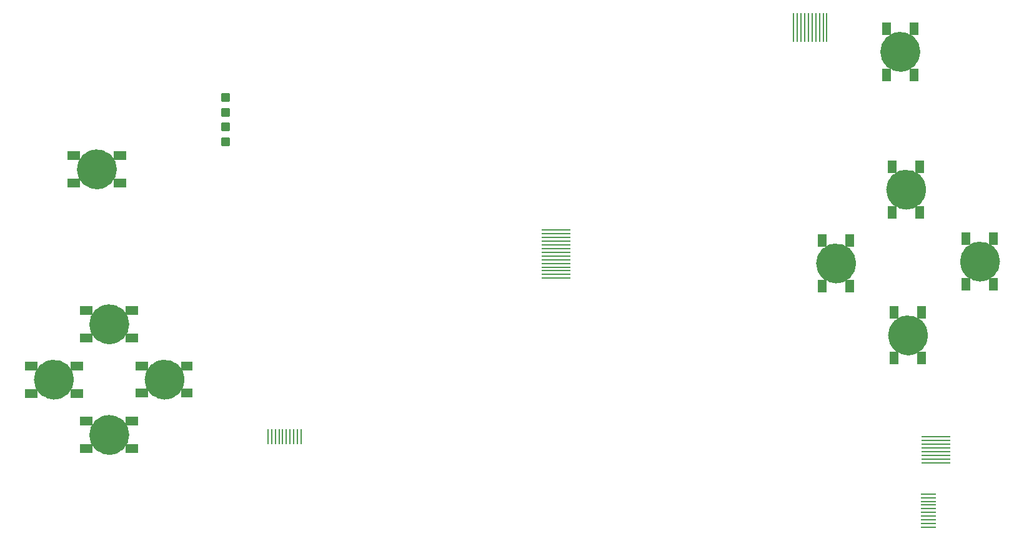
<source format=gbr>
%TF.GenerationSoftware,KiCad,Pcbnew,7.0.5*%
%TF.CreationDate,2023-09-23T20:40:57+01:00*%
%TF.ProjectId,buttonsSuper,62757474-6f6e-4735-9375-7065722e6b69,rev?*%
%TF.SameCoordinates,Original*%
%TF.FileFunction,Soldermask,Top*%
%TF.FilePolarity,Negative*%
%FSLAX46Y46*%
G04 Gerber Fmt 4.6, Leading zero omitted, Abs format (unit mm)*
G04 Created by KiCad (PCBNEW 7.0.5) date 2023-09-23 20:40:57*
%MOMM*%
%LPD*%
G01*
G04 APERTURE LIST*
G04 Aperture macros list*
%AMRoundRect*
0 Rectangle with rounded corners*
0 $1 Rounding radius*
0 $2 $3 $4 $5 $6 $7 $8 $9 X,Y pos of 4 corners*
0 Add a 4 corners polygon primitive as box body*
4,1,4,$2,$3,$4,$5,$6,$7,$8,$9,$2,$3,0*
0 Add four circle primitives for the rounded corners*
1,1,$1+$1,$2,$3*
1,1,$1+$1,$4,$5*
1,1,$1+$1,$6,$7*
1,1,$1+$1,$8,$9*
0 Add four rect primitives between the rounded corners*
20,1,$1+$1,$2,$3,$4,$5,0*
20,1,$1+$1,$4,$5,$6,$7,0*
20,1,$1+$1,$6,$7,$8,$9,0*
20,1,$1+$1,$8,$9,$2,$3,0*%
G04 Aperture macros list end*
%ADD10C,2.710000*%
%ADD11R,1.199898X1.800000*%
%ADD12R,1.800000X1.199898*%
%ADD13R,4.000000X0.250000*%
%ADD14R,1.549924X1.199898*%
%ADD15R,1.549924X1.175082*%
%ADD16RoundRect,0.312500X-0.312500X0.312500X-0.312500X-0.312500X0.312500X-0.312500X0.312500X0.312500X0*%
%ADD17R,0.250000X4.000000*%
%ADD18R,2.000000X0.250000*%
%ADD19R,0.250000X2.000000*%
G04 APERTURE END LIST*
%TO.C,SQUARE1*%
D10*
X149355000Y-94500000D02*
G75*
G03*
X149355000Y-94500000I-1355000J0D01*
G01*
%TO.C,L1*%
X49174850Y-81750000D02*
G75*
G03*
X49174850Y-81750000I-1355000J0D01*
G01*
%TO.C,RIGHT1*%
X58354873Y-110250000D02*
G75*
G03*
X58354873Y-110250000I-1355000J0D01*
G01*
%TO.C,LEFT1*%
X43354873Y-110250000D02*
G75*
G03*
X43354873Y-110250000I-1355000J0D01*
G01*
%TO.C,CROSS1*%
X159105000Y-104250000D02*
G75*
G03*
X159105000Y-104250000I-1355000J0D01*
G01*
%TO.C,CIRCLE1*%
X168855000Y-94250127D02*
G75*
G03*
X168855000Y-94250127I-1355000J0D01*
G01*
%TO.C,R1*%
X158054962Y-65819977D02*
G75*
G03*
X158054962Y-65819977I-1355000J0D01*
G01*
%TO.C,UP1*%
X50854873Y-102750000D02*
G75*
G03*
X50854873Y-102750000I-1355000J0D01*
G01*
%TO.C,TRIANGLE1*%
X158855000Y-84500127D02*
G75*
G03*
X158855000Y-84500127I-1355000J0D01*
G01*
%TO.C,DOWN1*%
X50854873Y-117750000D02*
G75*
G03*
X50854873Y-117750000I-1355000J0D01*
G01*
%TD*%
D11*
%TO.C,SQUARE1*%
X146125108Y-97600076D03*
X146125108Y-91399924D03*
X149825133Y-97600076D03*
X149825133Y-91399924D03*
%TD*%
D12*
%TO.C,L1*%
X44719774Y-79875108D03*
X50919926Y-79875108D03*
X44719774Y-83575133D03*
X50919926Y-83575133D03*
%TD*%
D13*
%TO.C,C4*%
X110075000Y-96500000D03*
X110075000Y-96000000D03*
X110075000Y-95500000D03*
X110075000Y-95000000D03*
X110075000Y-94500000D03*
X110075000Y-94000000D03*
X110075000Y-93500000D03*
X110075000Y-93000000D03*
X110075000Y-92500000D03*
X110075000Y-92000000D03*
X110075000Y-91500000D03*
X110075000Y-91000000D03*
X110075000Y-90500000D03*
X110075000Y-90000000D03*
%TD*%
D12*
%TO.C,RIGHT1*%
X53899797Y-108375108D03*
D14*
X59974911Y-108375108D03*
D12*
X53899797Y-112075133D03*
D15*
X59974911Y-112087541D03*
%TD*%
D16*
%TO.C,C6*%
X65249253Y-72000507D03*
X65249253Y-74000507D03*
X65249253Y-76000507D03*
X65249253Y-78000507D03*
%TD*%
D13*
%TO.C,C3*%
X161500000Y-121500000D03*
X161500000Y-121000000D03*
X161500000Y-120500000D03*
X161500000Y-120000000D03*
X161500000Y-119500000D03*
X161500000Y-119000000D03*
X161500000Y-118500000D03*
X161500000Y-118000000D03*
%TD*%
D12*
%TO.C,LEFT1*%
X45099949Y-112124892D03*
X38899797Y-112124892D03*
X45099949Y-108424867D03*
X38899797Y-108424867D03*
%TD*%
D11*
%TO.C,CROSS1*%
X155875108Y-107350076D03*
X155875108Y-101149924D03*
X159575133Y-107350076D03*
X159575133Y-101149924D03*
%TD*%
%TO.C,CIRCLE1*%
X165625108Y-97350203D03*
X165625108Y-91150051D03*
X169325133Y-97350203D03*
X169325133Y-91150051D03*
%TD*%
%TO.C,R1*%
X154825070Y-68920053D03*
X154825070Y-62719901D03*
X158525095Y-68920053D03*
X158525095Y-62719901D03*
%TD*%
D17*
%TO.C,C7*%
X142251014Y-62499085D03*
X142751014Y-62499085D03*
X143251014Y-62499085D03*
X143751014Y-62499085D03*
X144251014Y-62499085D03*
X144751014Y-62499085D03*
X145251014Y-62499085D03*
X145751014Y-62499085D03*
X146251014Y-62499085D03*
X146750000Y-62500000D03*
%TD*%
D12*
%TO.C,UP1*%
X46399797Y-100875108D03*
X52599949Y-100875108D03*
X46399797Y-104575133D03*
X52599949Y-104575133D03*
%TD*%
D11*
%TO.C,TRIANGLE1*%
X155625108Y-87600203D03*
X155625108Y-81400051D03*
X159325133Y-87600203D03*
X159325133Y-81400051D03*
%TD*%
D12*
%TO.C,DOWN1*%
X46399797Y-115875108D03*
X52599949Y-115875108D03*
X46399797Y-119575133D03*
X52599949Y-119575133D03*
%TD*%
D18*
%TO.C,C1*%
X160500000Y-125750000D03*
X160500000Y-126250000D03*
X160500000Y-126750000D03*
X160500000Y-127250000D03*
X160500000Y-127750000D03*
X160500000Y-128250000D03*
X160500000Y-128750000D03*
X160500000Y-129250000D03*
X160500000Y-129750000D03*
X160500000Y-130250000D03*
%TD*%
D19*
%TO.C,C2*%
X71000000Y-118000000D03*
X71500000Y-118000000D03*
X72000000Y-118000000D03*
X72500000Y-118000000D03*
X73000000Y-118000000D03*
X73500000Y-118000000D03*
X74000000Y-118000000D03*
X74500000Y-118000000D03*
X75000000Y-118000000D03*
X75500000Y-118000000D03*
%TD*%
M02*

</source>
